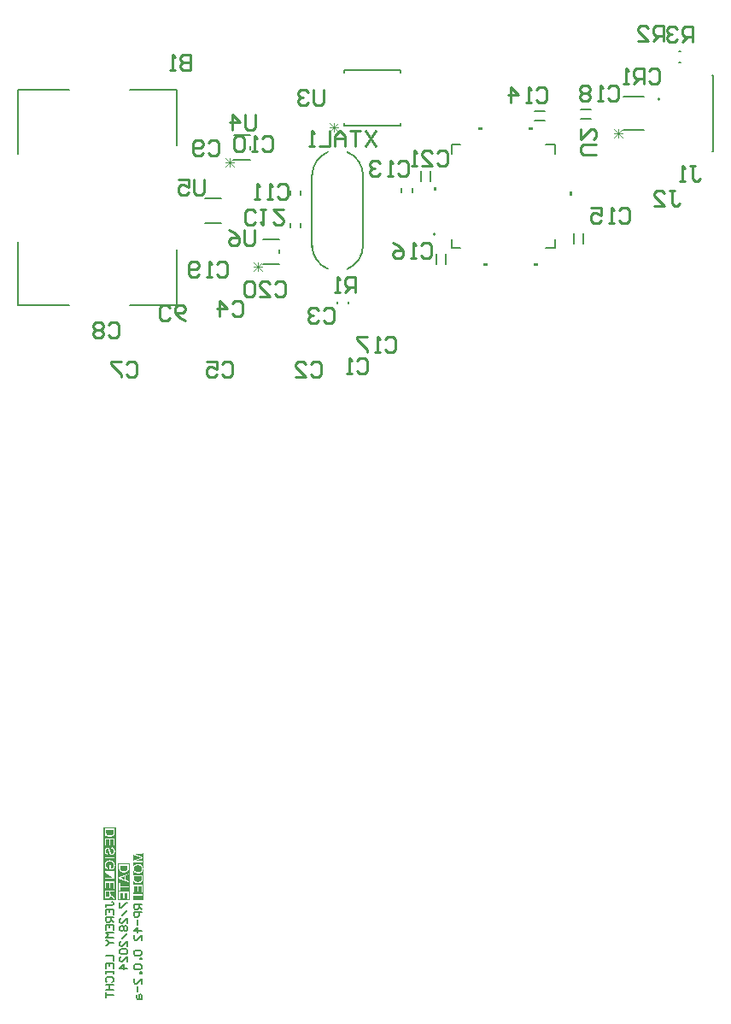
<source format=gbo>
G04*
G04 #@! TF.GenerationSoftware,Altium Limited,Altium Designer,24.7.2 (38)*
G04*
G04 Layer_Color=32896*
%FSLAX44Y44*%
%MOMM*%
G71*
G04*
G04 #@! TF.SameCoordinates,966AE77D-DC0C-403A-A995-9434F704E8A8*
G04*
G04*
G04 #@! TF.FilePolarity,Positive*
G04*
G01*
G75*
%ADD11C,0.2540*%
%ADD12C,0.1270*%
%ADD63C,0.1524*%
%ADD64C,0.2000*%
%ADD65C,0.0762*%
G36*
X476245Y783661D02*
X472435D01*
Y781121D01*
X476245D01*
Y783661D01*
D02*
G37*
G36*
X425831Y855265D02*
X423291D01*
Y859075D01*
X425831D01*
Y855265D01*
D02*
G37*
G36*
X471245Y915679D02*
X467435D01*
Y918219D01*
X471245D01*
Y915679D01*
D02*
G37*
G36*
X526245Y783661D02*
X522435D01*
Y781121D01*
X526245D01*
Y783661D01*
D02*
G37*
G36*
X557849Y850265D02*
X560389D01*
Y854075D01*
X557849D01*
Y850265D01*
D02*
G37*
G36*
X521245Y915679D02*
X517435D01*
Y918219D01*
X521245D01*
Y915679D01*
D02*
G37*
G36*
X107849Y152585D02*
X95756D01*
Y224520D01*
X107849D01*
Y152585D01*
D02*
G37*
G36*
X134620Y195330D02*
X126317Y198150D01*
X134620D01*
Y195330D01*
D02*
G37*
G36*
Y191327D02*
X126458D01*
X134620Y194174D01*
Y191327D01*
D02*
G37*
G36*
X134789Y188380D02*
D01*
Y183855D01*
X134775Y183940D01*
Y184067D01*
X134747Y184207D01*
X134733Y184363D01*
X134705Y184546D01*
X134620Y184926D01*
X134507Y185335D01*
X134338Y185758D01*
X134239Y185970D01*
X134127Y186181D01*
X134113Y186195D01*
X134098Y186223D01*
X134056Y186280D01*
X134000Y186364D01*
X133943Y186449D01*
X133859Y186548D01*
X133647Y186787D01*
X133394Y187055D01*
X133083Y187337D01*
X132731Y187591D01*
X132322Y187831D01*
X132308D01*
X132266Y187859D01*
X132209Y187887D01*
X132125Y187915D01*
X132012Y187957D01*
X131885Y188000D01*
X131744Y188056D01*
X131589Y188098D01*
X131406Y188155D01*
X131223Y188211D01*
X130800Y188296D01*
X130363Y188352D01*
X129883Y188380D01*
X129771D01*
X129644Y188366D01*
X129475D01*
X129277Y188338D01*
X129038Y188310D01*
X128770Y188267D01*
X128488Y188211D01*
X128192Y188155D01*
X127882Y188070D01*
X127571Y187957D01*
X127247Y187831D01*
X126937Y187689D01*
X126627Y187506D01*
X126345Y187309D01*
X126077Y187083D01*
X126063Y187069D01*
X126021Y187027D01*
X125950Y186942D01*
X125866Y186844D01*
X125753Y186717D01*
X125640Y186562D01*
X125513Y186378D01*
X125386Y186167D01*
X125260Y185942D01*
X125133Y185688D01*
X125020Y185406D01*
X124907Y185110D01*
X124823Y184785D01*
X124752Y184447D01*
X124710Y184095D01*
X124696Y183714D01*
D01*
Y183587D01*
X124710Y183489D01*
Y183362D01*
X124724Y183235D01*
X124752Y183066D01*
X124780Y182896D01*
X124851Y182530D01*
X124964Y182107D01*
X125133Y181698D01*
X125231Y181487D01*
X125344Y181275D01*
X125358Y181261D01*
X125372Y181233D01*
X125415Y181177D01*
X125457Y181092D01*
X125527Y181007D01*
X125612Y180895D01*
X125809Y180655D01*
X126063Y180401D01*
X126373Y180119D01*
X126740Y179852D01*
X127149Y179626D01*
X127163D01*
X127205Y179598D01*
X127261Y179570D01*
X127346Y179541D01*
X127459Y179485D01*
X127586Y179443D01*
X127741Y179386D01*
X127910Y179330D01*
X128093Y179288D01*
X128290Y179231D01*
X128516Y179175D01*
X128742Y179133D01*
X129235Y179076D01*
X129771Y179048D01*
X129912D01*
X130024Y179062D01*
X130151D01*
X130306Y179076D01*
X130476Y179104D01*
X130659Y179118D01*
X131068Y179189D01*
X131519Y179302D01*
X131970Y179457D01*
X132195Y179541D01*
X132421Y179654D01*
X132435D01*
X132477Y179682D01*
X132534Y179711D01*
X132618Y179767D01*
X132717Y179823D01*
X132816Y179894D01*
X133083Y180091D01*
X133365Y180331D01*
X133661Y180613D01*
X133943Y180951D01*
X134197Y181346D01*
Y181360D01*
X134225Y181388D01*
X134254Y181459D01*
X134296Y181543D01*
X134338Y181642D01*
X134380Y181755D01*
X134437Y181896D01*
X134493Y182051D01*
X134550Y182220D01*
X134606Y182403D01*
X134691Y182812D01*
X134761Y183249D01*
X134789Y183714D01*
Y179048D01*
D01*
Y152405D01*
X134620D01*
Y158509D01*
X124865D01*
Y157212D01*
X133464D01*
Y152405D01*
X124865D01*
D01*
X124696D01*
Y199390D01*
X134620D01*
X124865D01*
Y197459D01*
X131786Y195147D01*
X131801D01*
X131829Y195133D01*
X131871Y195119D01*
X131942Y195090D01*
X132111Y195034D01*
X132322Y194963D01*
X132562Y194893D01*
X132802Y194809D01*
X133027Y194738D01*
X133224Y194682D01*
X133196Y194667D01*
X133126Y194653D01*
X132999Y194611D01*
X132830Y194555D01*
X132604Y194484D01*
X132336Y194386D01*
X132026Y194287D01*
X131660Y194160D01*
X124865Y191820D01*
Y190086D01*
X134620D01*
Y199390D01*
X134789D01*
Y188380D01*
D02*
G37*
G36*
X130194Y187041D02*
X130335Y187027D01*
X130504Y186999D01*
X130701Y186971D01*
X130898Y186942D01*
X131349Y186830D01*
X131575Y186745D01*
X131815Y186660D01*
X132040Y186548D01*
X132266Y186421D01*
X132477Y186280D01*
X132675Y186111D01*
X132689Y186096D01*
X132717Y186068D01*
X132773Y186012D01*
X132830Y185942D01*
X132914Y185843D01*
X132999Y185730D01*
X133083Y185603D01*
X133182Y185462D01*
X133281Y185293D01*
X133365Y185110D01*
X133450Y184912D01*
X133534Y184701D01*
X133591Y184475D01*
X133647Y184250D01*
X133675Y183996D01*
X133690Y183728D01*
Y183658D01*
X133675Y183587D01*
Y183489D01*
X133661Y183362D01*
X133633Y183221D01*
X133605Y183052D01*
X133563Y182882D01*
X133506Y182685D01*
X133436Y182502D01*
X133365Y182290D01*
X133267Y182093D01*
X133140Y181896D01*
X133013Y181698D01*
X132858Y181501D01*
X132675Y181318D01*
X132661Y181304D01*
X132632Y181275D01*
X132562Y181233D01*
X132477Y181163D01*
X132379Y181092D01*
X132252Y181022D01*
X132097Y180937D01*
X131927Y180838D01*
X131730Y180754D01*
X131505Y180669D01*
X131265Y180599D01*
X131011Y180514D01*
X130729Y180458D01*
X130419Y180415D01*
X130095Y180387D01*
X129756Y180373D01*
X129742D01*
X129700D01*
X129644D01*
X129559D01*
X129460Y180387D01*
X129334D01*
X129207Y180401D01*
X129052Y180429D01*
X128728Y180472D01*
X128389Y180542D01*
X128023Y180641D01*
X127684Y180782D01*
X127670D01*
X127642Y180796D01*
X127600Y180824D01*
X127543Y180852D01*
X127374Y180951D01*
X127177Y181078D01*
X126951Y181247D01*
X126726Y181459D01*
X126500Y181698D01*
X126303Y181966D01*
Y181980D01*
X126275Y181994D01*
X126260Y182037D01*
X126218Y182107D01*
X126190Y182178D01*
X126148Y182262D01*
X126049Y182474D01*
X125964Y182727D01*
X125880Y183023D01*
X125823Y183362D01*
X125809Y183714D01*
Y183841D01*
X125823Y183940D01*
X125838Y184067D01*
X125866Y184193D01*
X125894Y184349D01*
X125922Y184518D01*
X126035Y184884D01*
X126119Y185082D01*
X126204Y185279D01*
X126317Y185490D01*
X126444Y185688D01*
X126585Y185885D01*
X126754Y186068D01*
X126768Y186082D01*
X126796Y186111D01*
X126853Y186153D01*
X126937Y186223D01*
X127036Y186294D01*
X127163Y186378D01*
X127318Y186463D01*
X127501Y186562D01*
X127698Y186646D01*
X127938Y186745D01*
X128192Y186830D01*
X128474Y186900D01*
X128784Y186971D01*
X129136Y187013D01*
X129503Y187041D01*
X129897Y187055D01*
X129912D01*
X129968D01*
X130067D01*
X130194Y187041D01*
D02*
G37*
G36*
X121650Y152394D02*
X109895D01*
Y188960D01*
X121650D01*
Y152394D01*
D02*
G37*
%LPC*%
G36*
X106680Y223520D02*
X96925D01*
Y215457D01*
D01*
Y219770D01*
X96939Y219517D01*
X96953Y219235D01*
X96981Y218953D01*
X97024Y218671D01*
X97066Y218431D01*
Y218417D01*
X97080Y218389D01*
Y218346D01*
X97108Y218290D01*
X97150Y218135D01*
X97221Y217938D01*
X97320Y217712D01*
X97446Y217472D01*
X97587Y217233D01*
X97771Y217007D01*
X97785Y216993D01*
X97799Y216979D01*
X97841Y216937D01*
X97884Y216880D01*
X98024Y216739D01*
X98222Y216570D01*
X98461Y216387D01*
X98743Y216190D01*
X99068Y216006D01*
X99434Y215851D01*
X99448D01*
X99476Y215837D01*
X99533Y215809D01*
X99617Y215795D01*
X99716Y215753D01*
X99829Y215724D01*
X99956Y215696D01*
X100111Y215654D01*
X100266Y215612D01*
X100449Y215583D01*
X100844Y215513D01*
X101281Y215471D01*
X101760Y215457D01*
X101943D01*
X102042Y215471D01*
X102155D01*
X102423Y215485D01*
X102733Y215527D01*
X103057Y215569D01*
X103395Y215640D01*
X103734Y215724D01*
X103748D01*
X103776Y215739D01*
X103818Y215753D01*
X103875Y215767D01*
X104030Y215823D01*
X104227Y215908D01*
X104453Y215992D01*
X104678Y216105D01*
X104918Y216246D01*
X105143Y216387D01*
X105172Y216401D01*
X105242Y216457D01*
X105341Y216542D01*
X105468Y216655D01*
X105609Y216782D01*
X105750Y216937D01*
X105905Y217092D01*
X106032Y217275D01*
X106046Y217303D01*
X106088Y217360D01*
X106144Y217458D01*
X106215Y217599D01*
X106299Y217768D01*
X106370Y217966D01*
X106454Y218191D01*
X106525Y218445D01*
Y218473D01*
X106539Y218516D01*
X106553Y218558D01*
X106567Y218699D01*
X106595Y218896D01*
X106624Y219122D01*
X106652Y219390D01*
X106666Y219686D01*
X106680Y220010D01*
Y223520D01*
D02*
G37*
G36*
Y213666D02*
X96925D01*
Y206378D01*
Y206604D01*
X98081D01*
Y212369D01*
X101055D01*
Y206970D01*
X102211D01*
Y212369D01*
X105524D01*
Y206378D01*
X96925D01*
X106680D01*
Y213666D01*
D02*
G37*
G36*
X96756Y200246D02*
Y200161D01*
D01*
Y200246D01*
D02*
G37*
G36*
Y199753D02*
Y199738D01*
D01*
Y199753D01*
D02*
G37*
G36*
Y199541D02*
Y199527D01*
D01*
Y199541D01*
D02*
G37*
G36*
X103551Y205025D02*
D01*
X103438Y203812D01*
X103452D01*
X103466D01*
X103508Y203798D01*
X103565D01*
X103691Y203770D01*
X103875Y203728D01*
X104058Y203671D01*
X104269Y203615D01*
X104467Y203516D01*
X104650Y203418D01*
X104664Y203404D01*
X104720Y203361D01*
X104819Y203291D01*
X104918Y203178D01*
X105045Y203037D01*
X105172Y202882D01*
X105299Y202670D01*
X105411Y202445D01*
Y202431D01*
X105425Y202417D01*
X105440Y202374D01*
X105454Y202332D01*
X105496Y202191D01*
X105552Y202008D01*
X105609Y201782D01*
X105651Y201529D01*
X105679Y201247D01*
X105693Y200937D01*
Y200810D01*
X105679Y200669D01*
X105665Y200500D01*
X105637Y200302D01*
X105609Y200077D01*
X105552Y199851D01*
X105482Y199640D01*
X105468Y199611D01*
X105440Y199541D01*
X105383Y199442D01*
X105327Y199315D01*
X105228Y199189D01*
X105129Y199048D01*
X105017Y198907D01*
X104876Y198794D01*
X104861Y198780D01*
X104805Y198752D01*
X104735Y198709D01*
X104622Y198653D01*
X104509Y198596D01*
X104368Y198554D01*
X104213Y198526D01*
X104044Y198512D01*
X104030D01*
X103959D01*
X103875Y198526D01*
X103762Y198540D01*
X103649Y198582D01*
X103508Y198625D01*
X103367Y198695D01*
X103240Y198794D01*
X103226Y198808D01*
X103184Y198850D01*
X103128Y198907D01*
X103043Y199005D01*
X102958Y199118D01*
X102860Y199273D01*
X102761Y199456D01*
X102676Y199668D01*
X102662Y199682D01*
X102648Y199753D01*
X102606Y199865D01*
X102592Y199936D01*
X102564Y200034D01*
X102521Y200133D01*
X102493Y200260D01*
X102451Y200401D01*
X102409Y200570D01*
X102366Y200739D01*
X102310Y200937D01*
X102254Y201162D01*
X102197Y201402D01*
Y201416D01*
X102183Y201458D01*
X102169Y201529D01*
X102141Y201613D01*
X102113Y201726D01*
X102084Y201853D01*
X102000Y202135D01*
X101901Y202445D01*
X101802Y202769D01*
X101704Y203051D01*
X101647Y203178D01*
X101591Y203291D01*
Y203305D01*
X101577Y203319D01*
X101521Y203404D01*
X101450Y203531D01*
X101337Y203671D01*
X101210Y203841D01*
X101055Y204010D01*
X100872Y204179D01*
X100675Y204320D01*
X100646Y204334D01*
X100576Y204376D01*
X100463Y204433D01*
X100322Y204489D01*
X100139Y204545D01*
X99928Y204602D01*
X99702Y204644D01*
X99462Y204658D01*
X99448D01*
X99434D01*
X99392D01*
X99335D01*
X99194Y204630D01*
X99011Y204602D01*
X98800Y204559D01*
X98560Y204489D01*
X98321Y204390D01*
X98081Y204249D01*
X98067D01*
X98053Y204235D01*
X97968Y204165D01*
X97855Y204066D01*
X97714Y203939D01*
X97559Y203770D01*
X97390Y203559D01*
X97235Y203305D01*
X97094Y203023D01*
Y203009D01*
X97080Y202981D01*
X97066Y202938D01*
X97038Y202882D01*
X97009Y202812D01*
X96981Y202713D01*
X96925Y202501D01*
X96868Y202234D01*
X96812Y201923D01*
X96770Y201599D01*
X96756Y201233D01*
Y201049D01*
X96770Y200951D01*
Y200852D01*
X96798Y200584D01*
X96840Y200288D01*
X96911Y199978D01*
X96995Y199640D01*
X97108Y199329D01*
Y199315D01*
X97122Y199287D01*
X97150Y199245D01*
X97179Y199189D01*
X97249Y199048D01*
X97376Y198864D01*
X97517Y198653D01*
X97700Y198441D01*
X97912Y198244D01*
X98151Y198061D01*
X98165D01*
X98180Y198047D01*
X98222Y198018D01*
X98264Y197990D01*
X98405Y197920D01*
X98588Y197835D01*
X98814Y197737D01*
X99082Y197666D01*
X99364Y197596D01*
X99674Y197567D01*
X99773Y198808D01*
X99758D01*
X99730D01*
X99688Y198822D01*
X99617Y198836D01*
X99462Y198878D01*
X99251Y198935D01*
X99025Y199019D01*
X98800Y199146D01*
X98588Y199301D01*
X98391Y199499D01*
X98377Y199527D01*
X98321Y199597D01*
X98236Y199738D01*
X98151Y199922D01*
X98067Y200161D01*
X97982Y200443D01*
X97926Y200796D01*
X97912Y201190D01*
Y201388D01*
X97926Y201472D01*
X97940Y201585D01*
X97968Y201839D01*
X98024Y202121D01*
X98095Y202403D01*
X98208Y202670D01*
X98278Y202783D01*
X98349Y202896D01*
X98363Y202924D01*
X98419Y202981D01*
X98518Y203065D01*
X98631Y203150D01*
X98786Y203249D01*
X98955Y203333D01*
X99152Y203389D01*
X99378Y203418D01*
X99406D01*
X99462D01*
X99561Y203404D01*
X99674Y203375D01*
X99815Y203333D01*
X99956Y203263D01*
X100097Y203178D01*
X100238Y203051D01*
X100252Y203037D01*
X100294Y202967D01*
X100336Y202910D01*
X100365Y202854D01*
X100407Y202769D01*
X100463Y202670D01*
X100506Y202544D01*
X100562Y202403D01*
X100618Y202248D01*
X100689Y202064D01*
X100745Y201867D01*
X100816Y201642D01*
X100872Y201388D01*
X100942Y201106D01*
Y201092D01*
X100957Y201035D01*
X100971Y200951D01*
X100999Y200852D01*
X101027Y200725D01*
X101069Y200570D01*
X101112Y200415D01*
X101154Y200246D01*
X101253Y199879D01*
X101351Y199527D01*
X101408Y199358D01*
X101464Y199203D01*
X101506Y199062D01*
X101563Y198949D01*
Y198935D01*
X101577Y198907D01*
X101605Y198864D01*
X101633Y198808D01*
X101718Y198653D01*
X101831Y198470D01*
X101986Y198258D01*
X102155Y198047D01*
X102352Y197849D01*
X102564Y197680D01*
X102592Y197666D01*
X102662Y197610D01*
X102789Y197553D01*
X102958Y197469D01*
X103156Y197398D01*
X103395Y197328D01*
X103663Y197285D01*
X103945Y197271D01*
X96756D01*
D01*
X106849D01*
D01*
X104072D01*
X104227Y197300D01*
X104424Y197328D01*
X104650Y197384D01*
X104890Y197455D01*
X105143Y197567D01*
X105411Y197722D01*
X105425D01*
X105440Y197737D01*
X105524Y197807D01*
X105651Y197906D01*
X105792Y198047D01*
X105961Y198230D01*
X106144Y198456D01*
X106313Y198709D01*
X106468Y199005D01*
Y199019D01*
X106483Y199048D01*
X106497Y199090D01*
X106525Y199146D01*
X106553Y199231D01*
X106595Y199329D01*
X106652Y199555D01*
X106722Y199823D01*
X106793Y200147D01*
X106835Y200500D01*
X106849Y200880D01*
Y201106D01*
X106835Y201218D01*
Y201345D01*
X106821Y201486D01*
X106807Y201656D01*
X106750Y202008D01*
X106694Y202374D01*
X106595Y202741D01*
X106468Y203093D01*
Y203107D01*
X106454Y203136D01*
X106426Y203178D01*
X106398Y203234D01*
X106313Y203404D01*
X106187Y203601D01*
X106017Y203827D01*
X105820Y204066D01*
X105580Y204292D01*
X105313Y204503D01*
X105299D01*
X105270Y204531D01*
X105228Y204545D01*
X105172Y204588D01*
X105101Y204616D01*
X105017Y204658D01*
X104805Y204757D01*
X104537Y204856D01*
X104241Y204940D01*
X103903Y204996D01*
X103551Y205025D01*
D02*
G37*
G36*
X106680Y195284D02*
X96925D01*
Y193987D01*
X106680D01*
Y195284D01*
D02*
G37*
G36*
X101859Y192041D02*
X101718D01*
X101619Y192027D01*
X101492D01*
X101337Y192013D01*
X101182Y191985D01*
X100999Y191971D01*
X100802Y191929D01*
X100590Y191900D01*
X100139Y191788D01*
X99674Y191647D01*
X99209Y191449D01*
X99194Y191435D01*
X99152Y191421D01*
X99096Y191393D01*
X99011Y191336D01*
X98898Y191280D01*
X98786Y191210D01*
X98518Y191012D01*
X98208Y190773D01*
X97912Y190477D01*
X97616Y190138D01*
X97489Y189941D01*
X97362Y189744D01*
X97348Y189729D01*
X97334Y189687D01*
X97305Y189631D01*
X97263Y189546D01*
X97221Y189433D01*
X97164Y189307D01*
X97108Y189166D01*
X97052Y188996D01*
X96995Y188813D01*
X96953Y188616D01*
X96897Y188404D01*
X96854Y188179D01*
X96784Y187685D01*
X96756Y187432D01*
Y186981D01*
X96770Y186896D01*
Y186783D01*
X96798Y186515D01*
X96840Y186219D01*
X96911Y185909D01*
X96995Y185571D01*
X97108Y185247D01*
Y185233D01*
X97122Y185204D01*
X97136Y185162D01*
X97164Y185106D01*
X97249Y184951D01*
X97348Y184753D01*
X97489Y184542D01*
X97658Y184316D01*
X97841Y184105D01*
X98067Y183907D01*
X98095Y183879D01*
X98180Y183823D01*
X98306Y183738D01*
X98490Y183626D01*
X98715Y183513D01*
X98997Y183386D01*
X99307Y183259D01*
X99660Y183160D01*
X99970Y184330D01*
X99956D01*
X99942Y184344D01*
X99899Y184359D01*
X99843Y184373D01*
X99716Y184415D01*
X99547Y184471D01*
X99350Y184556D01*
X99166Y184655D01*
X98969Y184753D01*
X98800Y184880D01*
X98786Y184894D01*
X98729Y184937D01*
X98659Y185021D01*
X98560Y185120D01*
X98447Y185247D01*
X98335Y185416D01*
X98222Y185599D01*
X98123Y185811D01*
X98109Y185839D01*
X98081Y185909D01*
X98039Y186036D01*
X97982Y186205D01*
X97940Y186403D01*
X97898Y186628D01*
X97869Y186882D01*
X97855Y187150D01*
Y187305D01*
X97869Y187375D01*
Y187460D01*
X97884Y187671D01*
X97926Y187911D01*
X97968Y188179D01*
X98039Y188433D01*
X98137Y188686D01*
X98151Y188715D01*
X98180Y188799D01*
X98250Y188912D01*
X98321Y189053D01*
X98433Y189222D01*
X98546Y189405D01*
X98687Y189574D01*
X98842Y189729D01*
X98856Y189744D01*
X98913Y189800D01*
X99011Y189870D01*
X99124Y189955D01*
X99265Y190054D01*
X99434Y190152D01*
X99617Y190251D01*
X99815Y190350D01*
X99829D01*
X99857Y190364D01*
X99899Y190378D01*
X99970Y190406D01*
X100054Y190434D01*
X100153Y190462D01*
X100266Y190505D01*
X100393Y190533D01*
X100689Y190604D01*
X101027Y190660D01*
X101379Y190702D01*
X101774Y190716D01*
X101788D01*
X101831D01*
X101901D01*
X101986Y190702D01*
X102099D01*
X102239Y190688D01*
X102380Y190674D01*
X102535Y190660D01*
X102888Y190604D01*
X103254Y190533D01*
X103621Y190420D01*
X103973Y190279D01*
X103988D01*
X104016Y190251D01*
X104058Y190237D01*
X104114Y190195D01*
X104269Y190096D01*
X104467Y189941D01*
X104678Y189758D01*
X104890Y189532D01*
X105087Y189264D01*
X105270Y188968D01*
Y188954D01*
X105284Y188926D01*
X105313Y188884D01*
X105341Y188813D01*
X105369Y188743D01*
X105397Y188644D01*
X105482Y188419D01*
X105552Y188137D01*
X105623Y187826D01*
X105679Y187488D01*
X105693Y187136D01*
Y186995D01*
X105679Y186910D01*
Y186826D01*
X105651Y186614D01*
X105623Y186360D01*
X105566Y186092D01*
X105482Y185796D01*
X105383Y185500D01*
Y185486D01*
X105369Y185458D01*
X105355Y185430D01*
X105327Y185373D01*
X105256Y185219D01*
X105172Y185049D01*
X105073Y184852D01*
X104960Y184641D01*
X104833Y184443D01*
X104692Y184274D01*
X102860D01*
Y187150D01*
X101704D01*
Y183005D01*
X96756D01*
D01*
X106849D01*
Y187192D01*
X106835Y187291D01*
Y187418D01*
X106821Y187573D01*
X106793Y187742D01*
X106779Y187925D01*
X106694Y188334D01*
X106595Y188771D01*
X106440Y189222D01*
X106356Y189448D01*
X106243Y189673D01*
X106229Y189687D01*
X106215Y189729D01*
X106173Y189786D01*
X106130Y189870D01*
X106060Y189969D01*
X105989Y190068D01*
X105792Y190336D01*
X105538Y190618D01*
X105228Y190914D01*
X104876Y191196D01*
X104467Y191449D01*
X104453D01*
X104410Y191478D01*
X104354Y191506D01*
X104255Y191548D01*
X104157Y191590D01*
X104016Y191633D01*
X103875Y191689D01*
X103706Y191745D01*
X103522Y191802D01*
X103311Y191858D01*
X103099Y191900D01*
X102874Y191943D01*
X102380Y192013D01*
X101859Y192041D01*
D02*
G37*
%LPD*%
G36*
X106680Y174773D02*
X99025Y179876D01*
X106680D01*
Y174773D01*
D02*
G37*
%LPC*%
G36*
Y181116D02*
X96925D01*
Y179791D01*
X104594Y174674D01*
X96925D01*
Y173433D01*
X106680D01*
Y181116D01*
D02*
G37*
G36*
Y171248D02*
X96925D01*
Y163960D01*
X106680D01*
Y171248D01*
D02*
G37*
G36*
Y162156D02*
X96925D01*
Y153585D01*
X106680D01*
D01*
X96925D01*
Y157631D01*
X96939Y157518D01*
Y157391D01*
X96953Y157095D01*
X96995Y156785D01*
X97038Y156447D01*
X97108Y156136D01*
X97150Y155981D01*
X97193Y155854D01*
Y155840D01*
X97207Y155826D01*
X97249Y155742D01*
X97305Y155615D01*
X97404Y155460D01*
X97531Y155290D01*
X97700Y155107D01*
X97898Y154938D01*
X98123Y154769D01*
X98137D01*
X98151Y154755D01*
X98236Y154698D01*
X98377Y154642D01*
X98560Y154558D01*
X98772Y154487D01*
X99025Y154417D01*
X99293Y154374D01*
X99589Y154360D01*
X99603D01*
X99632D01*
X99688D01*
X99758Y154374D01*
X99857D01*
X99956Y154388D01*
X100195Y154445D01*
X100477Y154529D01*
X100773Y154642D01*
X101069Y154811D01*
X101210Y154924D01*
X101351Y155037D01*
X101365Y155051D01*
X101379Y155065D01*
X101422Y155107D01*
X101464Y155164D01*
X101521Y155234D01*
X101577Y155319D01*
X101647Y155431D01*
X101732Y155544D01*
X101802Y155685D01*
X101873Y155840D01*
X101958Y156010D01*
X102028Y156193D01*
X102084Y156404D01*
X102155Y156616D01*
X102197Y156855D01*
X102239Y157109D01*
X102254Y157081D01*
X102282Y157024D01*
X102338Y156940D01*
X102395Y156827D01*
X102550Y156573D01*
X102648Y156447D01*
X102733Y156334D01*
X102761Y156306D01*
X102831Y156235D01*
X102944Y156122D01*
X103085Y155981D01*
X103283Y155826D01*
X103494Y155643D01*
X103748Y155460D01*
X104030Y155262D01*
X106680Y153585D01*
Y155192D01*
X104650Y156475D01*
X104636D01*
X104608Y156503D01*
X104565Y156531D01*
X104509Y156573D01*
X104354Y156672D01*
X104157Y156799D01*
X103945Y156954D01*
X103720Y157109D01*
X103508Y157264D01*
X103311Y157405D01*
X103297Y157419D01*
X103240Y157462D01*
X103156Y157532D01*
X103057Y157631D01*
X102846Y157842D01*
X102747Y157955D01*
X102662Y158068D01*
X102648Y158082D01*
X102634Y158110D01*
X102606Y158166D01*
X102564Y158251D01*
X102521Y158336D01*
X102479Y158434D01*
X102409Y158660D01*
Y158674D01*
X102395Y158702D01*
Y158758D01*
X102380Y158829D01*
X102366Y158927D01*
Y159040D01*
X102352Y159195D01*
Y160859D01*
X106680D01*
Y162156D01*
D02*
G37*
%LPD*%
G36*
X105524Y219911D02*
X105510Y219813D01*
X105496Y219601D01*
X105482Y219361D01*
X105454Y219108D01*
X105411Y218854D01*
X105355Y218642D01*
X105341Y218614D01*
X105327Y218544D01*
X105284Y218445D01*
X105228Y218318D01*
X105143Y218177D01*
X105059Y218036D01*
X104960Y217895D01*
X104847Y217754D01*
X104819Y217740D01*
X104763Y217684D01*
X104664Y217599D01*
X104523Y217501D01*
X104340Y217388D01*
X104128Y217261D01*
X103889Y217148D01*
X103621Y217050D01*
X103607D01*
X103579Y217035D01*
X103536Y217021D01*
X103480Y217007D01*
X103410Y216993D01*
X103311Y216965D01*
X103212Y216937D01*
X103099Y216908D01*
X102817Y216866D01*
X102493Y216824D01*
X102127Y216796D01*
X101732Y216782D01*
X101718D01*
X101662D01*
X101591D01*
X101478Y216796D01*
X101351D01*
X101210Y216810D01*
X101041Y216824D01*
X100872Y216838D01*
X100491Y216908D01*
X100097Y216993D01*
X99730Y217120D01*
X99547Y217204D01*
X99392Y217289D01*
X99378D01*
X99350Y217317D01*
X99307Y217346D01*
X99251Y217374D01*
X99110Y217486D01*
X98941Y217628D01*
X98757Y217811D01*
X98574Y218022D01*
X98419Y218262D01*
X98292Y218516D01*
X98278Y218544D01*
X98264Y218614D01*
X98222Y218741D01*
X98180Y218924D01*
X98151Y219150D01*
X98109Y219432D01*
X98095Y219601D01*
Y219784D01*
X98081Y219968D01*
Y222223D01*
X105524D01*
Y219911D01*
D02*
G37*
G36*
X106849Y183005D02*
X105327D01*
X105341Y183019D01*
X105355Y183048D01*
X105397Y183104D01*
X105454Y183174D01*
X105510Y183259D01*
X105580Y183358D01*
X105665Y183484D01*
X105750Y183611D01*
X105933Y183907D01*
X106130Y184246D01*
X106313Y184598D01*
X106468Y184979D01*
Y184993D01*
X106483Y185021D01*
X106497Y185077D01*
X106525Y185148D01*
X106553Y185247D01*
X106595Y185359D01*
X106624Y185486D01*
X106652Y185613D01*
X106722Y185923D01*
X106793Y186276D01*
X106835Y186656D01*
X106849Y187051D01*
Y183005D01*
D02*
G37*
G36*
X105524Y163960D02*
X96925D01*
Y164186D01*
X98081D01*
Y169951D01*
X101055D01*
Y164552D01*
X102211D01*
Y169951D01*
X105524D01*
Y163960D01*
D02*
G37*
G36*
X101239Y157955D02*
X101224Y157786D01*
X101210Y157588D01*
X101196Y157363D01*
X101168Y157137D01*
X101126Y156912D01*
X101069Y156714D01*
X101055Y156686D01*
X101027Y156630D01*
X100985Y156545D01*
X100928Y156432D01*
X100844Y156306D01*
X100745Y156179D01*
X100618Y156052D01*
X100477Y155953D01*
X100463Y155939D01*
X100407Y155911D01*
X100322Y155869D01*
X100210Y155812D01*
X100083Y155770D01*
X99942Y155728D01*
X99773Y155699D01*
X99603Y155685D01*
X99589D01*
X99575D01*
X99490Y155699D01*
X99364Y155713D01*
X99194Y155742D01*
X99025Y155812D01*
X98828Y155897D01*
X98645Y156024D01*
X98461Y156193D01*
X98447Y156221D01*
X98391Y156291D01*
X98321Y156404D01*
X98236Y156587D01*
X98151Y156799D01*
X98081Y157081D01*
X98024Y157405D01*
X98010Y157786D01*
Y160859D01*
X101239D01*
Y157955D01*
D02*
G37*
%LPC*%
G36*
X134620Y177385D02*
X124865D01*
Y173635D01*
X124879Y173381D01*
X124893Y173099D01*
X124921Y172817D01*
X124964Y172535D01*
X125006Y172296D01*
Y172281D01*
X125020Y172253D01*
Y172211D01*
X125048Y172155D01*
X125090Y171999D01*
X125161Y171802D01*
X125260Y171577D01*
X125386Y171337D01*
X125527Y171097D01*
X125711Y170872D01*
X125725Y170858D01*
X125739Y170844D01*
X125781Y170801D01*
X125823Y170745D01*
X125964Y170604D01*
X126162Y170435D01*
X126401Y170252D01*
X126683Y170054D01*
X127008Y169871D01*
X127374Y169716D01*
X127388D01*
X127416Y169702D01*
X127473Y169674D01*
X127557Y169659D01*
X127656Y169617D01*
X127769Y169589D01*
X127896Y169561D01*
X128051Y169519D01*
X128206Y169476D01*
X128389Y169448D01*
X128784Y169377D01*
X129221Y169335D01*
X129700Y169321D01*
X129883D01*
D01*
X134620D01*
X129883D01*
X129982Y169335D01*
X130095D01*
X130363Y169349D01*
X130673Y169392D01*
X130997Y169434D01*
X131335Y169504D01*
X131674Y169589D01*
X131688D01*
X131716Y169603D01*
X131758Y169617D01*
X131815Y169631D01*
X131970Y169688D01*
X132167Y169772D01*
X132393Y169857D01*
X132618Y169970D01*
X132858Y170110D01*
X133083Y170252D01*
X133112Y170266D01*
X133182Y170322D01*
X133281Y170407D01*
X133408Y170519D01*
X133549Y170646D01*
X133690Y170801D01*
X133845Y170956D01*
X133972Y171140D01*
X133986Y171168D01*
X134028Y171224D01*
X134084Y171323D01*
X134155Y171464D01*
X134239Y171633D01*
X134310Y171830D01*
X134394Y172056D01*
X134465Y172310D01*
Y172338D01*
X134479Y172380D01*
X134493Y172422D01*
X134507Y172563D01*
X134535Y172761D01*
X134564Y172986D01*
X134592Y173254D01*
X134606Y173550D01*
X134620Y173874D01*
Y177385D01*
D02*
G37*
G36*
Y167531D02*
X124865D01*
Y160468D01*
X126021D01*
Y166234D01*
X128995D01*
Y160835D01*
X130151D01*
Y166234D01*
X133464D01*
Y160243D01*
X124865D01*
X134620D01*
Y167531D01*
D02*
G37*
%LPD*%
G36*
X133464Y173776D02*
X133450Y173677D01*
X133436Y173466D01*
X133422Y173226D01*
X133394Y172972D01*
X133351Y172719D01*
X133295Y172507D01*
X133281Y172479D01*
X133267Y172408D01*
X133224Y172310D01*
X133168Y172183D01*
X133083Y172042D01*
X132999Y171901D01*
X132900Y171760D01*
X132787Y171619D01*
X132759Y171605D01*
X132703Y171548D01*
X132604Y171464D01*
X132463Y171365D01*
X132280Y171252D01*
X132068Y171126D01*
X131829Y171013D01*
X131561Y170914D01*
X131547D01*
X131519Y170900D01*
X131476Y170886D01*
X131420Y170872D01*
X131349Y170858D01*
X131251Y170830D01*
X131152Y170801D01*
X131039Y170773D01*
X130757Y170731D01*
X130433Y170688D01*
X130067Y170660D01*
X129672Y170646D01*
X129658D01*
X129601D01*
X129531D01*
X129418Y170660D01*
X129291D01*
X129150Y170674D01*
X128981Y170688D01*
X128812Y170703D01*
X128431Y170773D01*
X128037Y170858D01*
X127670Y170984D01*
X127487Y171069D01*
X127332Y171154D01*
X127318D01*
X127290Y171182D01*
X127247Y171210D01*
X127191Y171238D01*
X127050Y171351D01*
X126881Y171492D01*
X126698Y171675D01*
X126514Y171887D01*
X126359Y172126D01*
X126232Y172380D01*
X126218Y172408D01*
X126204Y172479D01*
X126162Y172606D01*
X126119Y172789D01*
X126091Y173015D01*
X126049Y173297D01*
X126035Y173466D01*
Y173649D01*
X126021Y173832D01*
Y176088D01*
X133464D01*
Y173776D01*
D02*
G37*
%LPC*%
G36*
X120650Y187960D02*
X110895D01*
Y179897D01*
D01*
Y184210D01*
X110909Y183957D01*
X110923Y183675D01*
X110951Y183393D01*
X110994Y183111D01*
X111036Y182871D01*
Y182857D01*
X111050Y182829D01*
Y182786D01*
X111078Y182730D01*
X111120Y182575D01*
X111191Y182378D01*
X111290Y182152D01*
X111417Y181912D01*
X111557Y181673D01*
X111741Y181447D01*
X111755Y181433D01*
X111769Y181419D01*
X111811Y181377D01*
X111854Y181320D01*
X111994Y181179D01*
X112192Y181010D01*
X112431Y180827D01*
X112713Y180630D01*
X113038Y180446D01*
X113404Y180291D01*
X113418D01*
X113446Y180277D01*
X113503Y180249D01*
X113587Y180235D01*
X113686Y180193D01*
X113799Y180164D01*
X113926Y180136D01*
X114081Y180094D01*
X114236Y180052D01*
X114419Y180023D01*
X114814Y179953D01*
X115251Y179911D01*
X115730Y179897D01*
X115913D01*
D01*
X120650D01*
X115913D01*
X116012Y179911D01*
X116125D01*
X116393Y179925D01*
X116703Y179967D01*
X117027Y180009D01*
X117365Y180080D01*
X117704Y180164D01*
X117718D01*
X117746Y180179D01*
X117788Y180193D01*
X117845Y180207D01*
X118000Y180263D01*
X118197Y180348D01*
X118423Y180432D01*
X118648Y180545D01*
X118888Y180686D01*
X119113Y180827D01*
X119142Y180841D01*
X119212Y180897D01*
X119311Y180982D01*
X119438Y181095D01*
X119579Y181222D01*
X119720Y181377D01*
X119875Y181532D01*
X120001Y181715D01*
X120016Y181743D01*
X120058Y181800D01*
X120114Y181898D01*
X120185Y182039D01*
X120269Y182208D01*
X120340Y182406D01*
X120424Y182631D01*
X120495Y182885D01*
Y182913D01*
X120509Y182956D01*
X120523Y182998D01*
X120537Y183139D01*
X120565Y183336D01*
X120594Y183562D01*
X120622Y183830D01*
X120636Y184126D01*
X120650Y184450D01*
Y187960D01*
D02*
G37*
G36*
Y179192D02*
X110895Y175470D01*
Y170071D01*
X120650D01*
Y171537D01*
X117690Y172679D01*
Y176767D01*
X120650Y177824D01*
Y179192D01*
D02*
G37*
G36*
Y169761D02*
Y166547D01*
X112051D01*
Y169761D01*
X110895D01*
Y162036D01*
X120650D01*
Y169761D01*
D02*
G37*
G36*
Y160682D02*
X110895D01*
Y153394D01*
X120650D01*
Y160682D01*
D02*
G37*
%LPD*%
G36*
X119494Y184351D02*
X119480Y184252D01*
X119466Y184041D01*
X119452Y183801D01*
X119424Y183548D01*
X119381Y183294D01*
X119325Y183082D01*
X119311Y183054D01*
X119297Y182984D01*
X119254Y182885D01*
X119198Y182758D01*
X119113Y182617D01*
X119029Y182476D01*
X118930Y182335D01*
X118817Y182194D01*
X118789Y182180D01*
X118733Y182124D01*
X118634Y182039D01*
X118493Y181941D01*
X118310Y181828D01*
X118098Y181701D01*
X117859Y181588D01*
X117591Y181490D01*
X117577D01*
X117549Y181475D01*
X117506Y181461D01*
X117450Y181447D01*
X117380Y181433D01*
X117281Y181405D01*
X117182Y181377D01*
X117069Y181348D01*
X116787Y181306D01*
X116463Y181264D01*
X116097Y181236D01*
X115702Y181222D01*
X115688D01*
X115632D01*
X115561D01*
X115448Y181236D01*
X115321D01*
X115180Y181250D01*
X115011Y181264D01*
X114842Y181278D01*
X114461Y181348D01*
X114067Y181433D01*
X113700Y181560D01*
X113517Y181644D01*
X113362Y181729D01*
X113348D01*
X113320Y181757D01*
X113277Y181786D01*
X113221Y181814D01*
X113080Y181926D01*
X112911Y182068D01*
X112727Y182251D01*
X112544Y182462D01*
X112389Y182702D01*
X112262Y182956D01*
X112248Y182984D01*
X112234Y183054D01*
X112192Y183181D01*
X112149Y183364D01*
X112121Y183590D01*
X112079Y183872D01*
X112065Y184041D01*
Y184224D01*
X112051Y184408D01*
Y186663D01*
X119494D01*
Y184351D01*
D02*
G37*
G36*
X116632Y173088D02*
X113954Y174103D01*
X113940D01*
X113897Y174117D01*
X113827Y174145D01*
X113743Y174173D01*
X113644Y174215D01*
X113517Y174258D01*
X113376Y174300D01*
X113235Y174356D01*
X112911Y174469D01*
X112572Y174582D01*
X112234Y174695D01*
X111910Y174793D01*
X111924D01*
X111952Y174807D01*
X112008D01*
X112065Y174836D01*
X112164Y174850D01*
X112262Y174878D01*
X112502Y174934D01*
X112784Y175005D01*
X113094Y175103D01*
X113432Y175202D01*
X113785Y175329D01*
X116632Y176386D01*
Y173088D01*
D02*
G37*
G36*
X120650Y170071D02*
X110895D01*
Y174060D01*
X120650Y170071D01*
D02*
G37*
G36*
Y162036D02*
X112051D01*
Y165250D01*
X120650D01*
Y162036D01*
D02*
G37*
G36*
X119494Y153394D02*
X110895D01*
Y153620D01*
X112051D01*
Y159385D01*
X115025D01*
Y153986D01*
X116181D01*
Y159385D01*
X119494D01*
Y153394D01*
D02*
G37*
D11*
X387347Y882648D02*
X389886Y885188D01*
X394965D01*
X397504Y882648D01*
Y872492D01*
X394965Y869952D01*
X389886D01*
X387347Y872492D01*
X382269Y869952D02*
X377190D01*
X379730D01*
Y885188D01*
X382269Y882648D01*
X369573D02*
X367034Y885188D01*
X361955D01*
X359416Y882648D01*
Y880109D01*
X361955Y877570D01*
X364495D01*
X361955D01*
X359416Y875031D01*
Y872492D01*
X361955Y869952D01*
X367034D01*
X369573Y872492D01*
X679704Y1003046D02*
Y1018281D01*
X672086D01*
X669547Y1015742D01*
Y1010664D01*
X672086Y1008124D01*
X679704D01*
X674626D02*
X669547Y1003046D01*
X664469Y1015742D02*
X661930Y1018281D01*
X656851D01*
X654312Y1015742D01*
Y1013203D01*
X656851Y1010664D01*
X659391D01*
X656851D01*
X654312Y1008124D01*
Y1005585D01*
X656851Y1003046D01*
X661930D01*
X664469Y1005585D01*
X651002Y1003808D02*
Y1019043D01*
X643384D01*
X640845Y1016504D01*
Y1011425D01*
X643384Y1008886D01*
X651002D01*
X645924D02*
X640845Y1003808D01*
X625610D02*
X635767D01*
X625610Y1013965D01*
Y1016504D01*
X628149Y1019043D01*
X633228D01*
X635767Y1016504D01*
X426717Y892808D02*
X429257Y895348D01*
X434335D01*
X436874Y892808D01*
Y882652D01*
X434335Y880113D01*
X429257D01*
X426717Y882652D01*
X411482Y880113D02*
X421639D01*
X411482Y890269D01*
Y892808D01*
X414022Y895348D01*
X419100D01*
X421639Y892808D01*
X406404Y880113D02*
X401326D01*
X403865D01*
Y895348D01*
X406404Y892808D01*
X595887Y956814D02*
X598427Y959353D01*
X603505D01*
X606044Y956814D01*
Y946657D01*
X603505Y944118D01*
X598427D01*
X595887Y946657D01*
X590809Y944118D02*
X585731D01*
X588270D01*
Y959353D01*
X590809Y956814D01*
X578113D02*
X575574Y959353D01*
X570495D01*
X567956Y956814D01*
Y954275D01*
X570495Y951736D01*
X567956Y949196D01*
Y946657D01*
X570495Y944118D01*
X575574D01*
X578113Y946657D01*
Y949196D01*
X575574Y951736D01*
X578113Y954275D01*
Y956814D01*
X575574Y951736D02*
X570495D01*
X374907Y708402D02*
X377447Y710941D01*
X382525D01*
X385064Y708402D01*
Y698245D01*
X382525Y695706D01*
X377447D01*
X374907Y698245D01*
X369829Y695706D02*
X364751D01*
X367290D01*
Y710941D01*
X369829Y708402D01*
X357133Y710941D02*
X346976D01*
Y708402D01*
X357133Y698245D01*
Y695706D01*
X181864Y990087D02*
Y974852D01*
X174247D01*
X171707Y977391D01*
Y979930D01*
X174247Y982469D01*
X181864D01*
X174247D01*
X171707Y985009D01*
Y987548D01*
X174247Y990087D01*
X181864D01*
X166629Y974852D02*
X161551D01*
X164090D01*
Y990087D01*
X166629Y987548D01*
X345437Y754382D02*
Y769617D01*
X337819D01*
X335280Y767078D01*
Y762000D01*
X337819Y759461D01*
X345437D01*
X340358D02*
X335280Y754382D01*
X330202D02*
X325123D01*
X327662D01*
Y769617D01*
X330202Y767078D01*
X365749Y914398D02*
X355593Y899163D01*
Y914398D02*
X365749Y899163D01*
X350514Y914398D02*
X340358D01*
X345436D01*
Y899163D01*
X335279D02*
Y909319D01*
X330201Y914398D01*
X325122Y909319D01*
Y899163D01*
Y906780D01*
X335279D01*
X320044Y914398D02*
Y899163D01*
X309887D01*
X304809D02*
X299731D01*
X302270D01*
Y914398D01*
X304809Y911858D01*
X246383Y824232D02*
X243844Y821692D01*
X238765D01*
X236226Y824232D01*
Y834388D01*
X238765Y836927D01*
X243844D01*
X246383Y834388D01*
X251461Y836927D02*
X256540D01*
X254000D01*
Y821692D01*
X251461Y824232D01*
X274314Y836927D02*
X264157D01*
X274314Y826771D01*
Y824232D01*
X271775Y821692D01*
X266696D01*
X264157Y824232D01*
X267968Y859788D02*
X270507Y862327D01*
X275585D01*
X278125Y859788D01*
Y849632D01*
X275585Y847093D01*
X270507D01*
X267968Y849632D01*
X262890Y847093D02*
X257811D01*
X260350D01*
Y862327D01*
X262890Y859788D01*
X250194Y847093D02*
X245115D01*
X247654D01*
Y862327D01*
X250194Y859788D01*
X656339Y855721D02*
X661418D01*
X658878D01*
Y843025D01*
X661418Y840486D01*
X663957D01*
X666496Y843025D01*
X641104Y840486D02*
X651261D01*
X641104Y850643D01*
Y853182D01*
X643643Y855721D01*
X648722D01*
X651261Y853182D01*
X584037Y891072D02*
X571341D01*
X568802Y893611D01*
Y898689D01*
X571341Y901229D01*
X584037D01*
X568802Y916464D02*
Y906307D01*
X578959Y916464D01*
X581498D01*
X584037Y913925D01*
Y908846D01*
X581498Y906307D01*
X195576Y866137D02*
Y853442D01*
X193037Y850902D01*
X187958D01*
X185419Y853442D01*
Y866137D01*
X170184D02*
X180341D01*
Y858520D01*
X175263Y861059D01*
X172723D01*
X170184Y858520D01*
Y853442D01*
X172723Y850902D01*
X177802D01*
X180341Y853442D01*
X265427Y763268D02*
X267966Y765807D01*
X273044D01*
X275583Y763268D01*
Y753112D01*
X273044Y750573D01*
X267966D01*
X265427Y753112D01*
X250192Y750573D02*
X260348D01*
X250192Y760729D01*
Y763268D01*
X252731Y765807D01*
X257809D01*
X260348Y763268D01*
X245113D02*
X242574Y765807D01*
X237496D01*
X234957Y763268D01*
Y753112D01*
X237496Y750573D01*
X242574D01*
X245113Y753112D01*
Y763268D01*
X208277Y782318D02*
X210816Y784857D01*
X215895D01*
X218434Y782318D01*
Y772162D01*
X215895Y769622D01*
X210816D01*
X208277Y772162D01*
X203199Y769622D02*
X198120D01*
X200660D01*
Y784857D01*
X203199Y782318D01*
X190503Y772162D02*
X187964Y769622D01*
X182885D01*
X180346Y772162D01*
Y782318D01*
X182885Y784857D01*
X187964D01*
X190503Y782318D01*
Y779779D01*
X187964Y777240D01*
X180346D01*
X245106Y816608D02*
Y803912D01*
X242567Y801373D01*
X237488D01*
X234949Y803912D01*
Y816608D01*
X219714D02*
X224792Y814068D01*
X229871Y808990D01*
Y803912D01*
X227332Y801373D01*
X222253D01*
X219714Y803912D01*
Y806451D01*
X222253Y808990D01*
X229871D01*
X636268Y973478D02*
X638807Y976017D01*
X643885D01*
X646424Y973478D01*
Y963322D01*
X643885Y960782D01*
X638807D01*
X636268Y963322D01*
X631189Y960782D02*
Y976017D01*
X623572D01*
X621032Y973478D01*
Y968400D01*
X623572Y965861D01*
X631189D01*
X626111D02*
X621032Y960782D01*
X615954D02*
X610876D01*
X613415D01*
Y976017D01*
X615954Y973478D01*
X676910Y880107D02*
X681988D01*
X679449D01*
Y867412D01*
X681988Y864873D01*
X684528D01*
X687067Y867412D01*
X671832Y864873D02*
X666753D01*
X669292D01*
Y880107D01*
X671832Y877568D01*
X410207Y801368D02*
X412746Y803907D01*
X417825D01*
X420364Y801368D01*
Y791212D01*
X417825Y788672D01*
X412746D01*
X410207Y791212D01*
X405129Y788672D02*
X400050D01*
X402590D01*
Y803907D01*
X405129Y801368D01*
X382276Y803907D02*
X387355Y801368D01*
X392433Y796290D01*
Y791212D01*
X389894Y788672D01*
X384815D01*
X382276Y791212D01*
Y793751D01*
X384815Y796290D01*
X392433D01*
X607057Y835658D02*
X609596Y838197D01*
X614675D01*
X617214Y835658D01*
Y825502D01*
X614675Y822962D01*
X609596D01*
X607057Y825502D01*
X601979Y822962D02*
X596900D01*
X599440D01*
Y838197D01*
X601979Y835658D01*
X579126Y838197D02*
X589283D01*
Y830580D01*
X584204Y833119D01*
X581665D01*
X579126Y830580D01*
Y825502D01*
X581665Y822962D01*
X586744D01*
X589283Y825502D01*
X524259Y955544D02*
X526799Y958083D01*
X531877D01*
X534416Y955544D01*
Y945387D01*
X531877Y942848D01*
X526799D01*
X524259Y945387D01*
X519181Y942848D02*
X514103D01*
X516642D01*
Y958083D01*
X519181Y955544D01*
X498867Y942848D02*
Y958083D01*
X506485Y950465D01*
X496328D01*
X100329Y722628D02*
X102868Y725167D01*
X107947D01*
X110486Y722628D01*
Y712472D01*
X107947Y709932D01*
X102868D01*
X100329Y712472D01*
X95251Y722628D02*
X92712Y725167D01*
X87633D01*
X85094Y722628D01*
Y720089D01*
X87633Y717550D01*
X85094Y715011D01*
Y712472D01*
X87633Y709932D01*
X92712D01*
X95251Y712472D01*
Y715011D01*
X92712Y717550D01*
X95251Y720089D01*
Y722628D01*
X92712Y717550D02*
X87633D01*
X118109Y683258D02*
X120648Y685798D01*
X125727D01*
X128266Y683258D01*
Y673102D01*
X125727Y670563D01*
X120648D01*
X118109Y673102D01*
X113031Y685798D02*
X102874D01*
Y683258D01*
X113031Y673102D01*
Y670563D01*
X161291Y728982D02*
X158752Y726442D01*
X153673D01*
X151134Y728982D01*
Y739138D01*
X153673Y741677D01*
X158752D01*
X161291Y739138D01*
X176526Y726442D02*
X171448Y728982D01*
X166369Y734060D01*
Y739138D01*
X168908Y741677D01*
X173987D01*
X176526Y739138D01*
Y736599D01*
X173987Y734060D01*
X166369D01*
X213359Y683258D02*
X215898Y685798D01*
X220977D01*
X223516Y683258D01*
Y673102D01*
X220977Y670563D01*
X215898D01*
X213359Y673102D01*
X198124Y685798D02*
X208281D01*
Y678180D01*
X203202Y680719D01*
X200663D01*
X198124Y678180D01*
Y673102D01*
X200663Y670563D01*
X205742D01*
X208281Y673102D01*
X223269Y743962D02*
X225809Y746501D01*
X230887D01*
X233426Y743962D01*
Y733805D01*
X230887Y731266D01*
X225809D01*
X223269Y733805D01*
X210573Y731266D02*
Y746501D01*
X218191Y738884D01*
X208034D01*
X313689Y736598D02*
X316228Y739137D01*
X321307D01*
X323846Y736598D01*
Y726442D01*
X321307Y723903D01*
X316228D01*
X313689Y726442D01*
X308611Y736598D02*
X306072Y739137D01*
X300993D01*
X298454Y736598D01*
Y734059D01*
X300993Y731520D01*
X303533D01*
X300993D01*
X298454Y728981D01*
Y726442D01*
X300993Y723903D01*
X306072D01*
X308611Y726442D01*
X300989Y683258D02*
X303528Y685798D01*
X308607D01*
X311146Y683258D01*
Y673102D01*
X308607Y670563D01*
X303528D01*
X300989Y673102D01*
X285754Y670563D02*
X295911D01*
X285754Y680719D01*
Y683258D01*
X288293Y685798D01*
X293372D01*
X295911Y683258D01*
X346790Y687068D02*
X349329Y689607D01*
X354408D01*
X356947Y687068D01*
Y676912D01*
X354408Y674372D01*
X349329D01*
X346790Y676912D01*
X341712Y674372D02*
X336633D01*
X339172D01*
Y689607D01*
X341712Y687068D01*
X313686Y955038D02*
Y942342D01*
X311147Y939802D01*
X306068D01*
X303529Y942342D01*
Y955038D01*
X298451Y952498D02*
X295912Y955038D01*
X290833D01*
X288294Y952498D01*
Y949959D01*
X290833Y947420D01*
X293372D01*
X290833D01*
X288294Y944881D01*
Y942342D01*
X290833Y939802D01*
X295912D01*
X298451Y942342D01*
X246376Y930908D02*
Y918212D01*
X243837Y915673D01*
X238758D01*
X236219Y918212D01*
Y930908D01*
X223523Y915673D02*
Y930908D01*
X231141Y923290D01*
X220984D01*
X253241Y906776D02*
X255781Y909315D01*
X260859D01*
X263398Y906776D01*
Y896619D01*
X260859Y894080D01*
X255781D01*
X253241Y896619D01*
X248163Y894080D02*
X243085D01*
X245624D01*
Y909315D01*
X248163Y906776D01*
X235467D02*
X232928Y909315D01*
X227850D01*
X225310Y906776D01*
Y896619D01*
X227850Y894080D01*
X232928D01*
X235467Y896619D01*
Y906776D01*
X199389Y902968D02*
X201928Y905508D01*
X207007D01*
X209546Y902968D01*
Y892812D01*
X207007Y890273D01*
X201928D01*
X199389Y892812D01*
X194311D02*
X191772Y890273D01*
X186693D01*
X184154Y892812D01*
Y902968D01*
X186693Y905508D01*
X191772D01*
X194311Y902968D01*
Y900429D01*
X191772Y897890D01*
X184154D01*
D12*
X420090Y864950D02*
Y874950D01*
X410490Y864950D02*
Y874950D01*
X569040Y935710D02*
X579040D01*
X569040Y926110D02*
X579040D01*
X699050Y969580D02*
X700300D01*
Y894580D02*
Y969580D01*
X699050Y894580D02*
X700300D01*
X435330Y782400D02*
Y792400D01*
X425730Y782400D02*
Y792400D01*
X523320Y934440D02*
X533320D01*
X523320Y924840D02*
X533320D01*
X571220Y802720D02*
Y812720D01*
X561620Y802720D02*
Y812720D01*
X97793Y146052D02*
Y148591D01*
Y147321D01*
X104140D01*
X105410Y148591D01*
Y149860D01*
X104140Y151130D01*
X97793Y138434D02*
Y143512D01*
X105410D01*
Y138434D01*
X101601Y143512D02*
Y140973D01*
X105410Y135895D02*
X97793D01*
Y132086D01*
X99062Y130817D01*
X101601D01*
X102871Y132086D01*
Y135895D01*
Y133356D02*
X105410Y130817D01*
X97793Y123199D02*
Y128277D01*
X105410D01*
Y123199D01*
X101601Y128277D02*
Y125738D01*
X105410Y120660D02*
X97793D01*
X100332Y118121D01*
X97793Y115582D01*
X105410D01*
X97793Y113042D02*
X99062D01*
X101601Y110503D01*
X99062Y107964D01*
X97793D01*
X101601Y110503D02*
X105410D01*
X97793Y97807D02*
X105410D01*
Y92729D01*
X97793Y85111D02*
Y90190D01*
X105410D01*
Y85111D01*
X101601Y90190D02*
Y87650D01*
X97793Y82572D02*
Y80033D01*
Y81303D01*
X105410D01*
Y82572D01*
Y80033D01*
X99062Y71146D02*
X97793Y72415D01*
Y74955D01*
X99062Y76224D01*
X104140D01*
X105410Y74955D01*
Y72415D01*
X104140Y71146D01*
X97793Y68607D02*
X105410D01*
X101601D01*
Y63528D01*
X97793D01*
X105410D01*
X97793Y60989D02*
Y55911D01*
Y58450D01*
X105410D01*
X133350Y148590D02*
X125732D01*
Y144781D01*
X127002Y143512D01*
X129541D01*
X130811Y144781D01*
Y148590D01*
Y146051D02*
X133350Y143512D01*
Y140972D02*
X125732D01*
Y137164D01*
X127002Y135894D01*
X129541D01*
X130811Y137164D01*
Y140972D01*
X129541Y133355D02*
Y128277D01*
X133350Y121929D02*
X125732D01*
X129541Y125737D01*
Y120659D01*
X133350Y113041D02*
Y118120D01*
X128272Y113041D01*
X127002D01*
X125732Y114311D01*
Y116850D01*
X127002Y118120D01*
Y102885D02*
X125732Y101615D01*
Y99076D01*
X127002Y97806D01*
X132080D01*
X133350Y99076D01*
Y101615D01*
X132080Y102885D01*
X127002D01*
X133350Y95267D02*
X132080D01*
Y93998D01*
X133350D01*
Y95267D01*
X127002Y88919D02*
X125732Y87650D01*
Y85111D01*
X127002Y83841D01*
X132080D01*
X133350Y85111D01*
Y87650D01*
X132080Y88919D01*
X127002D01*
X133350Y81302D02*
X132080D01*
Y80032D01*
X133350D01*
Y81302D01*
Y69875D02*
Y74954D01*
X128272Y69875D01*
X127002D01*
X125732Y71145D01*
Y73684D01*
X127002Y74954D01*
X129541Y67336D02*
Y62258D01*
X128272Y58449D02*
Y55910D01*
X129541Y54640D01*
X133350D01*
Y58449D01*
X132080Y59719D01*
X130811Y58449D01*
Y54640D01*
X111763Y149860D02*
Y144782D01*
X113032D01*
X118110Y149860D01*
X119380D01*
Y142242D02*
X114302Y137164D01*
X119380Y129547D02*
Y134625D01*
X114302Y129547D01*
X113032D01*
X111763Y130816D01*
Y133355D01*
X113032Y134625D01*
Y127007D02*
X111763Y125738D01*
Y123199D01*
X113032Y121929D01*
X114302D01*
X115571Y123199D01*
X116841Y121929D01*
X118110D01*
X119380Y123199D01*
Y125738D01*
X118110Y127007D01*
X116841D01*
X115571Y125738D01*
X114302Y127007D01*
X113032D01*
X115571Y125738D02*
Y123199D01*
X119380Y119390D02*
X114302Y114312D01*
X119380Y106694D02*
Y111772D01*
X114302Y106694D01*
X113032D01*
X111763Y107963D01*
Y110503D01*
X113032Y111772D01*
Y104155D02*
X111763Y102885D01*
Y100346D01*
X113032Y99076D01*
X118110D01*
X119380Y100346D01*
Y102885D01*
X118110Y104155D01*
X113032D01*
X119380Y91459D02*
Y96537D01*
X114302Y91459D01*
X113032D01*
X111763Y92729D01*
Y95268D01*
X113032Y96537D01*
X119380Y85111D02*
X111763D01*
X115571Y88920D01*
Y83841D01*
D63*
X424093Y812170D02*
G03*
X424093Y812170I-762J0D01*
G01*
X352933Y870204D02*
G03*
X337083Y893654I-25273J0D01*
G01*
Y777666D02*
G03*
X352933Y801116I-9423J23450D01*
G01*
X318237Y893654D02*
G03*
X302387Y870204I9423J-23450D01*
G01*
Y801116D02*
G03*
X318237Y777666I25273J0D01*
G01*
X10992Y741553D02*
Y804647D01*
Y955167D02*
X61585D01*
X168472Y900214D02*
Y955167D01*
X121819Y741553D02*
X168472D01*
X10992D02*
X61585D01*
X121819Y955167D02*
X168472D01*
X10992Y892073D02*
Y955167D01*
X168472Y741553D02*
Y796506D01*
X665889Y993394D02*
X667611D01*
X665889Y982726D02*
X667611D01*
X401510Y854055D02*
Y857905D01*
X390970Y854055D02*
Y857905D01*
X327406Y743359D02*
Y745081D01*
X338074Y743359D02*
Y745081D01*
X440532Y798362D02*
X449496D01*
X543148D02*
Y807326D01*
X534184Y900978D02*
X543148D01*
X440532Y892014D02*
Y900978D01*
Y798362D02*
Y807326D01*
X534184Y798362D02*
X543148D01*
Y892014D02*
Y900978D01*
X440532D02*
X449496D01*
X280480Y819108D02*
Y822956D01*
X291020Y819108D02*
Y822956D01*
Y851516D02*
Y855365D01*
X280480Y851516D02*
Y855365D01*
X352933Y799846D02*
Y871474D01*
X302387Y799846D02*
Y871474D01*
X611315Y948690D02*
X631381D01*
X611315Y915670D02*
X631381D01*
X334264Y972262D02*
Y975106D01*
Y919734D02*
Y922578D01*
Y919734D02*
X389636D01*
Y972262D02*
Y975106D01*
X334264D02*
X389636D01*
Y919734D02*
Y922578D01*
X253619Y782701D02*
X269621D01*
Y793372D02*
Y796668D01*
X253619Y807339D02*
X269621D01*
X196450Y823390D02*
X212490D01*
X196450Y847930D02*
X212490D01*
X225361Y885721D02*
X241364D01*
Y896391D02*
Y899689D01*
X225361Y910359D02*
X241364D01*
D64*
X647050Y946080D02*
G03*
X647050Y946080I-1000J0D01*
G01*
D65*
X601980Y907782D02*
X610444Y916246D01*
X601980D02*
X610444Y907782D01*
X601980Y912014D02*
X610444D01*
X606212Y916246D02*
Y907782D01*
X319786Y913726D02*
X328250Y922190D01*
X319786D02*
X328250Y913726D01*
X319786Y917958D02*
X328250D01*
X324018Y922190D02*
Y913726D01*
X244792Y776162D02*
X253256Y784626D01*
X244792D02*
X253256Y776162D01*
X244792Y780394D02*
X253256D01*
X249025Y784626D02*
Y776162D01*
X216535Y879182D02*
X224999Y887646D01*
X216535D02*
X224999Y879182D01*
X216535Y883414D02*
X224999D01*
X220767Y887646D02*
Y879182D01*
M02*

</source>
